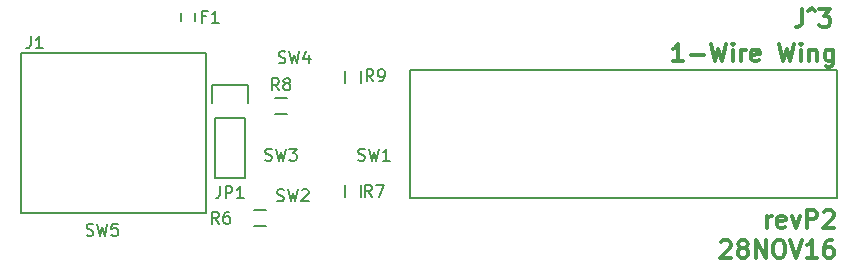
<source format=gto>
G04 #@! TF.FileFunction,Legend,Top*
%FSLAX46Y46*%
G04 Gerber Fmt 4.6, Leading zero omitted, Abs format (unit mm)*
G04 Created by KiCad (PCBNEW 4.0.4-stable) date 11/28/16 12:13:09*
%MOMM*%
%LPD*%
G01*
G04 APERTURE LIST*
%ADD10C,0.150000*%
%ADD11C,0.300000*%
%ADD12C,0.200000*%
G04 APERTURE END LIST*
D10*
D11*
X168378930Y-116942071D02*
X168378930Y-115942071D01*
X168378930Y-116227786D02*
X168450358Y-116084929D01*
X168521787Y-116013500D01*
X168664644Y-115942071D01*
X168807501Y-115942071D01*
X169878929Y-116870643D02*
X169736072Y-116942071D01*
X169450358Y-116942071D01*
X169307501Y-116870643D01*
X169236072Y-116727786D01*
X169236072Y-116156357D01*
X169307501Y-116013500D01*
X169450358Y-115942071D01*
X169736072Y-115942071D01*
X169878929Y-116013500D01*
X169950358Y-116156357D01*
X169950358Y-116299214D01*
X169236072Y-116442071D01*
X170450358Y-115942071D02*
X170807501Y-116942071D01*
X171164643Y-115942071D01*
X171736072Y-116942071D02*
X171736072Y-115442071D01*
X172307500Y-115442071D01*
X172450358Y-115513500D01*
X172521786Y-115584929D01*
X172593215Y-115727786D01*
X172593215Y-115942071D01*
X172521786Y-116084929D01*
X172450358Y-116156357D01*
X172307500Y-116227786D01*
X171736072Y-116227786D01*
X173164643Y-115584929D02*
X173236072Y-115513500D01*
X173378929Y-115442071D01*
X173736072Y-115442071D01*
X173878929Y-115513500D01*
X173950358Y-115584929D01*
X174021786Y-115727786D01*
X174021786Y-115870643D01*
X173950358Y-116084929D01*
X173093215Y-116942071D01*
X174021786Y-116942071D01*
X164450358Y-118134929D02*
X164521787Y-118063500D01*
X164664644Y-117992071D01*
X165021787Y-117992071D01*
X165164644Y-118063500D01*
X165236073Y-118134929D01*
X165307501Y-118277786D01*
X165307501Y-118420643D01*
X165236073Y-118634929D01*
X164378930Y-119492071D01*
X165307501Y-119492071D01*
X166164644Y-118634929D02*
X166021786Y-118563500D01*
X165950358Y-118492071D01*
X165878929Y-118349214D01*
X165878929Y-118277786D01*
X165950358Y-118134929D01*
X166021786Y-118063500D01*
X166164644Y-117992071D01*
X166450358Y-117992071D01*
X166593215Y-118063500D01*
X166664644Y-118134929D01*
X166736072Y-118277786D01*
X166736072Y-118349214D01*
X166664644Y-118492071D01*
X166593215Y-118563500D01*
X166450358Y-118634929D01*
X166164644Y-118634929D01*
X166021786Y-118706357D01*
X165950358Y-118777786D01*
X165878929Y-118920643D01*
X165878929Y-119206357D01*
X165950358Y-119349214D01*
X166021786Y-119420643D01*
X166164644Y-119492071D01*
X166450358Y-119492071D01*
X166593215Y-119420643D01*
X166664644Y-119349214D01*
X166736072Y-119206357D01*
X166736072Y-118920643D01*
X166664644Y-118777786D01*
X166593215Y-118706357D01*
X166450358Y-118634929D01*
X167378929Y-119492071D02*
X167378929Y-117992071D01*
X168236072Y-119492071D01*
X168236072Y-117992071D01*
X169236072Y-117992071D02*
X169521786Y-117992071D01*
X169664644Y-118063500D01*
X169807501Y-118206357D01*
X169878929Y-118492071D01*
X169878929Y-118992071D01*
X169807501Y-119277786D01*
X169664644Y-119420643D01*
X169521786Y-119492071D01*
X169236072Y-119492071D01*
X169093215Y-119420643D01*
X168950358Y-119277786D01*
X168878929Y-118992071D01*
X168878929Y-118492071D01*
X168950358Y-118206357D01*
X169093215Y-118063500D01*
X169236072Y-117992071D01*
X170307501Y-117992071D02*
X170807501Y-119492071D01*
X171307501Y-117992071D01*
X172593215Y-119492071D02*
X171736072Y-119492071D01*
X172164644Y-119492071D02*
X172164644Y-117992071D01*
X172021787Y-118206357D01*
X171878929Y-118349214D01*
X171736072Y-118420643D01*
X173878929Y-117992071D02*
X173593215Y-117992071D01*
X173450358Y-118063500D01*
X173378929Y-118134929D01*
X173236072Y-118349214D01*
X173164643Y-118634929D01*
X173164643Y-119206357D01*
X173236072Y-119349214D01*
X173307500Y-119420643D01*
X173450358Y-119492071D01*
X173736072Y-119492071D01*
X173878929Y-119420643D01*
X173950358Y-119349214D01*
X174021786Y-119206357D01*
X174021786Y-118849214D01*
X173950358Y-118706357D01*
X173878929Y-118634929D01*
X173736072Y-118563500D01*
X173450358Y-118563500D01*
X173307500Y-118634929D01*
X173236072Y-118706357D01*
X173164643Y-118849214D01*
X161231214Y-102850071D02*
X160374071Y-102850071D01*
X160802643Y-102850071D02*
X160802643Y-101350071D01*
X160659786Y-101564357D01*
X160516928Y-101707214D01*
X160374071Y-101778643D01*
X161874071Y-102278643D02*
X163016928Y-102278643D01*
X163588357Y-101350071D02*
X163945500Y-102850071D01*
X164231214Y-101778643D01*
X164516928Y-102850071D01*
X164874071Y-101350071D01*
X165445500Y-102850071D02*
X165445500Y-101850071D01*
X165445500Y-101350071D02*
X165374071Y-101421500D01*
X165445500Y-101492929D01*
X165516928Y-101421500D01*
X165445500Y-101350071D01*
X165445500Y-101492929D01*
X166159786Y-102850071D02*
X166159786Y-101850071D01*
X166159786Y-102135786D02*
X166231214Y-101992929D01*
X166302643Y-101921500D01*
X166445500Y-101850071D01*
X166588357Y-101850071D01*
X167659785Y-102778643D02*
X167516928Y-102850071D01*
X167231214Y-102850071D01*
X167088357Y-102778643D01*
X167016928Y-102635786D01*
X167016928Y-102064357D01*
X167088357Y-101921500D01*
X167231214Y-101850071D01*
X167516928Y-101850071D01*
X167659785Y-101921500D01*
X167731214Y-102064357D01*
X167731214Y-102207214D01*
X167016928Y-102350071D01*
X169374071Y-101350071D02*
X169731214Y-102850071D01*
X170016928Y-101778643D01*
X170302642Y-102850071D01*
X170659785Y-101350071D01*
X171231214Y-102850071D02*
X171231214Y-101850071D01*
X171231214Y-101350071D02*
X171159785Y-101421500D01*
X171231214Y-101492929D01*
X171302642Y-101421500D01*
X171231214Y-101350071D01*
X171231214Y-101492929D01*
X171945500Y-101850071D02*
X171945500Y-102850071D01*
X171945500Y-101992929D02*
X172016928Y-101921500D01*
X172159786Y-101850071D01*
X172374071Y-101850071D01*
X172516928Y-101921500D01*
X172588357Y-102064357D01*
X172588357Y-102850071D01*
X173945500Y-101850071D02*
X173945500Y-103064357D01*
X173874071Y-103207214D01*
X173802643Y-103278643D01*
X173659786Y-103350071D01*
X173445500Y-103350071D01*
X173302643Y-103278643D01*
X173945500Y-102778643D02*
X173802643Y-102850071D01*
X173516929Y-102850071D01*
X173374071Y-102778643D01*
X173302643Y-102707214D01*
X173231214Y-102564357D01*
X173231214Y-102135786D01*
X173302643Y-101992929D01*
X173374071Y-101921500D01*
X173516929Y-101850071D01*
X173802643Y-101850071D01*
X173945500Y-101921500D01*
X171346929Y-98429071D02*
X171346929Y-99500500D01*
X171275501Y-99714786D01*
X171132644Y-99857643D01*
X170918358Y-99929071D01*
X170775501Y-99929071D01*
X171846929Y-98571929D02*
X172132643Y-98357643D01*
X172418358Y-98571929D01*
X172775501Y-98429071D02*
X173704072Y-98429071D01*
X173204072Y-99000500D01*
X173418358Y-99000500D01*
X173561215Y-99071929D01*
X173632644Y-99143357D01*
X173704072Y-99286214D01*
X173704072Y-99643357D01*
X173632644Y-99786214D01*
X173561215Y-99857643D01*
X173418358Y-99929071D01*
X172989786Y-99929071D01*
X172846929Y-99857643D01*
X172775501Y-99786214D01*
D12*
X174307500Y-114414300D02*
X138112500Y-114414300D01*
X174307500Y-103619300D02*
X174307500Y-114414300D01*
X138112500Y-103619300D02*
X174307500Y-103619300D01*
X138112500Y-114414300D02*
X138112500Y-103619300D01*
D10*
X119916500Y-98773500D02*
X119916500Y-99473500D01*
X118716500Y-99473500D02*
X118716500Y-98773500D01*
X121602500Y-107632500D02*
X121602500Y-112712500D01*
X121602500Y-112712500D02*
X124142500Y-112712500D01*
X124142500Y-112712500D02*
X124142500Y-107632500D01*
X124422500Y-104812500D02*
X124422500Y-106362500D01*
X124142500Y-107632500D02*
X121602500Y-107632500D01*
X121322500Y-106362500D02*
X121322500Y-104812500D01*
X121322500Y-104812500D02*
X124422500Y-104812500D01*
X125912500Y-116816500D02*
X124912500Y-116816500D01*
X124912500Y-115466500D02*
X125912500Y-115466500D01*
X133961500Y-113355500D02*
X133961500Y-114355500D01*
X132611500Y-114355500D02*
X132611500Y-113355500D01*
X127690500Y-107291500D02*
X126690500Y-107291500D01*
X126690500Y-105941500D02*
X127690500Y-105941500D01*
X132611500Y-104703500D02*
X132611500Y-103703500D01*
X133961500Y-103703500D02*
X133961500Y-104703500D01*
X120846500Y-115702500D02*
X105216500Y-115702500D01*
X120846500Y-102102500D02*
X105216500Y-102102500D01*
X120846500Y-102102500D02*
X120846500Y-115702500D01*
X105216500Y-102102500D02*
X105216500Y-115702500D01*
X120883167Y-99052071D02*
X120549833Y-99052071D01*
X120549833Y-99575881D02*
X120549833Y-98575881D01*
X121026024Y-98575881D01*
X121930786Y-99575881D02*
X121359357Y-99575881D01*
X121645071Y-99575881D02*
X121645071Y-98575881D01*
X121549833Y-98718738D01*
X121454595Y-98813976D01*
X121359357Y-98861595D01*
X122039167Y-113434881D02*
X122039167Y-114149167D01*
X121991547Y-114292024D01*
X121896309Y-114387262D01*
X121753452Y-114434881D01*
X121658214Y-114434881D01*
X122515357Y-114434881D02*
X122515357Y-113434881D01*
X122896310Y-113434881D01*
X122991548Y-113482500D01*
X123039167Y-113530119D01*
X123086786Y-113625357D01*
X123086786Y-113768214D01*
X123039167Y-113863452D01*
X122991548Y-113911071D01*
X122896310Y-113958690D01*
X122515357Y-113958690D01*
X124039167Y-114434881D02*
X123467738Y-114434881D01*
X123753452Y-114434881D02*
X123753452Y-113434881D01*
X123658214Y-113577738D01*
X123562976Y-113672976D01*
X123467738Y-113720595D01*
X121943834Y-116593881D02*
X121610500Y-116117690D01*
X121372405Y-116593881D02*
X121372405Y-115593881D01*
X121753358Y-115593881D01*
X121848596Y-115641500D01*
X121896215Y-115689119D01*
X121943834Y-115784357D01*
X121943834Y-115927214D01*
X121896215Y-116022452D01*
X121848596Y-116070071D01*
X121753358Y-116117690D01*
X121372405Y-116117690D01*
X122800977Y-115593881D02*
X122610500Y-115593881D01*
X122515262Y-115641500D01*
X122467643Y-115689119D01*
X122372405Y-115831976D01*
X122324786Y-116022452D01*
X122324786Y-116403405D01*
X122372405Y-116498643D01*
X122420024Y-116546262D01*
X122515262Y-116593881D01*
X122705739Y-116593881D01*
X122800977Y-116546262D01*
X122848596Y-116498643D01*
X122896215Y-116403405D01*
X122896215Y-116165310D01*
X122848596Y-116070071D01*
X122800977Y-116022452D01*
X122705739Y-115974833D01*
X122515262Y-115974833D01*
X122420024Y-116022452D01*
X122372405Y-116070071D01*
X122324786Y-116165310D01*
X134897834Y-114307881D02*
X134564500Y-113831690D01*
X134326405Y-114307881D02*
X134326405Y-113307881D01*
X134707358Y-113307881D01*
X134802596Y-113355500D01*
X134850215Y-113403119D01*
X134897834Y-113498357D01*
X134897834Y-113641214D01*
X134850215Y-113736452D01*
X134802596Y-113784071D01*
X134707358Y-113831690D01*
X134326405Y-113831690D01*
X135231167Y-113307881D02*
X135897834Y-113307881D01*
X135469262Y-114307881D01*
X127023834Y-105290881D02*
X126690500Y-104814690D01*
X126452405Y-105290881D02*
X126452405Y-104290881D01*
X126833358Y-104290881D01*
X126928596Y-104338500D01*
X126976215Y-104386119D01*
X127023834Y-104481357D01*
X127023834Y-104624214D01*
X126976215Y-104719452D01*
X126928596Y-104767071D01*
X126833358Y-104814690D01*
X126452405Y-104814690D01*
X127595262Y-104719452D02*
X127500024Y-104671833D01*
X127452405Y-104624214D01*
X127404786Y-104528976D01*
X127404786Y-104481357D01*
X127452405Y-104386119D01*
X127500024Y-104338500D01*
X127595262Y-104290881D01*
X127785739Y-104290881D01*
X127880977Y-104338500D01*
X127928596Y-104386119D01*
X127976215Y-104481357D01*
X127976215Y-104528976D01*
X127928596Y-104624214D01*
X127880977Y-104671833D01*
X127785739Y-104719452D01*
X127595262Y-104719452D01*
X127500024Y-104767071D01*
X127452405Y-104814690D01*
X127404786Y-104909929D01*
X127404786Y-105100405D01*
X127452405Y-105195643D01*
X127500024Y-105243262D01*
X127595262Y-105290881D01*
X127785739Y-105290881D01*
X127880977Y-105243262D01*
X127928596Y-105195643D01*
X127976215Y-105100405D01*
X127976215Y-104909929D01*
X127928596Y-104814690D01*
X127880977Y-104767071D01*
X127785739Y-104719452D01*
X135024834Y-104528881D02*
X134691500Y-104052690D01*
X134453405Y-104528881D02*
X134453405Y-103528881D01*
X134834358Y-103528881D01*
X134929596Y-103576500D01*
X134977215Y-103624119D01*
X135024834Y-103719357D01*
X135024834Y-103862214D01*
X134977215Y-103957452D01*
X134929596Y-104005071D01*
X134834358Y-104052690D01*
X134453405Y-104052690D01*
X135501024Y-104528881D02*
X135691500Y-104528881D01*
X135786739Y-104481262D01*
X135834358Y-104433643D01*
X135929596Y-104290786D01*
X135977215Y-104100310D01*
X135977215Y-103719357D01*
X135929596Y-103624119D01*
X135881977Y-103576500D01*
X135786739Y-103528881D01*
X135596262Y-103528881D01*
X135501024Y-103576500D01*
X135453405Y-103624119D01*
X135405786Y-103719357D01*
X135405786Y-103957452D01*
X135453405Y-104052690D01*
X135501024Y-104100310D01*
X135596262Y-104147929D01*
X135786739Y-104147929D01*
X135881977Y-104100310D01*
X135929596Y-104052690D01*
X135977215Y-103957452D01*
X133731167Y-111212262D02*
X133874024Y-111259881D01*
X134112120Y-111259881D01*
X134207358Y-111212262D01*
X134254977Y-111164643D01*
X134302596Y-111069405D01*
X134302596Y-110974167D01*
X134254977Y-110878929D01*
X134207358Y-110831310D01*
X134112120Y-110783690D01*
X133921643Y-110736071D01*
X133826405Y-110688452D01*
X133778786Y-110640833D01*
X133731167Y-110545595D01*
X133731167Y-110450357D01*
X133778786Y-110355119D01*
X133826405Y-110307500D01*
X133921643Y-110259881D01*
X134159739Y-110259881D01*
X134302596Y-110307500D01*
X134635929Y-110259881D02*
X134874024Y-111259881D01*
X135064501Y-110545595D01*
X135254977Y-111259881D01*
X135493072Y-110259881D01*
X136397834Y-111259881D02*
X135826405Y-111259881D01*
X136112119Y-111259881D02*
X136112119Y-110259881D01*
X136016881Y-110402738D01*
X135921643Y-110497976D01*
X135826405Y-110545595D01*
X126873167Y-114641262D02*
X127016024Y-114688881D01*
X127254120Y-114688881D01*
X127349358Y-114641262D01*
X127396977Y-114593643D01*
X127444596Y-114498405D01*
X127444596Y-114403167D01*
X127396977Y-114307929D01*
X127349358Y-114260310D01*
X127254120Y-114212690D01*
X127063643Y-114165071D01*
X126968405Y-114117452D01*
X126920786Y-114069833D01*
X126873167Y-113974595D01*
X126873167Y-113879357D01*
X126920786Y-113784119D01*
X126968405Y-113736500D01*
X127063643Y-113688881D01*
X127301739Y-113688881D01*
X127444596Y-113736500D01*
X127777929Y-113688881D02*
X128016024Y-114688881D01*
X128206501Y-113974595D01*
X128396977Y-114688881D01*
X128635072Y-113688881D01*
X128968405Y-113784119D02*
X129016024Y-113736500D01*
X129111262Y-113688881D01*
X129349358Y-113688881D01*
X129444596Y-113736500D01*
X129492215Y-113784119D01*
X129539834Y-113879357D01*
X129539834Y-113974595D01*
X129492215Y-114117452D01*
X128920786Y-114688881D01*
X129539834Y-114688881D01*
X125857167Y-111212262D02*
X126000024Y-111259881D01*
X126238120Y-111259881D01*
X126333358Y-111212262D01*
X126380977Y-111164643D01*
X126428596Y-111069405D01*
X126428596Y-110974167D01*
X126380977Y-110878929D01*
X126333358Y-110831310D01*
X126238120Y-110783690D01*
X126047643Y-110736071D01*
X125952405Y-110688452D01*
X125904786Y-110640833D01*
X125857167Y-110545595D01*
X125857167Y-110450357D01*
X125904786Y-110355119D01*
X125952405Y-110307500D01*
X126047643Y-110259881D01*
X126285739Y-110259881D01*
X126428596Y-110307500D01*
X126761929Y-110259881D02*
X127000024Y-111259881D01*
X127190501Y-110545595D01*
X127380977Y-111259881D01*
X127619072Y-110259881D01*
X127904786Y-110259881D02*
X128523834Y-110259881D01*
X128190500Y-110640833D01*
X128333358Y-110640833D01*
X128428596Y-110688452D01*
X128476215Y-110736071D01*
X128523834Y-110831310D01*
X128523834Y-111069405D01*
X128476215Y-111164643D01*
X128428596Y-111212262D01*
X128333358Y-111259881D01*
X128047643Y-111259881D01*
X127952405Y-111212262D01*
X127904786Y-111164643D01*
X127000167Y-102957262D02*
X127143024Y-103004881D01*
X127381120Y-103004881D01*
X127476358Y-102957262D01*
X127523977Y-102909643D01*
X127571596Y-102814405D01*
X127571596Y-102719167D01*
X127523977Y-102623929D01*
X127476358Y-102576310D01*
X127381120Y-102528690D01*
X127190643Y-102481071D01*
X127095405Y-102433452D01*
X127047786Y-102385833D01*
X127000167Y-102290595D01*
X127000167Y-102195357D01*
X127047786Y-102100119D01*
X127095405Y-102052500D01*
X127190643Y-102004881D01*
X127428739Y-102004881D01*
X127571596Y-102052500D01*
X127904929Y-102004881D02*
X128143024Y-103004881D01*
X128333501Y-102290595D01*
X128523977Y-103004881D01*
X128762072Y-102004881D01*
X129571596Y-102338214D02*
X129571596Y-103004881D01*
X129333500Y-101957262D02*
X129095405Y-102671548D01*
X129714453Y-102671548D01*
X110744167Y-117562262D02*
X110887024Y-117609881D01*
X111125120Y-117609881D01*
X111220358Y-117562262D01*
X111267977Y-117514643D01*
X111315596Y-117419405D01*
X111315596Y-117324167D01*
X111267977Y-117228929D01*
X111220358Y-117181310D01*
X111125120Y-117133690D01*
X110934643Y-117086071D01*
X110839405Y-117038452D01*
X110791786Y-116990833D01*
X110744167Y-116895595D01*
X110744167Y-116800357D01*
X110791786Y-116705119D01*
X110839405Y-116657500D01*
X110934643Y-116609881D01*
X111172739Y-116609881D01*
X111315596Y-116657500D01*
X111648929Y-116609881D02*
X111887024Y-117609881D01*
X112077501Y-116895595D01*
X112267977Y-117609881D01*
X112506072Y-116609881D01*
X113363215Y-116609881D02*
X112887024Y-116609881D01*
X112839405Y-117086071D01*
X112887024Y-117038452D01*
X112982262Y-116990833D01*
X113220358Y-116990833D01*
X113315596Y-117038452D01*
X113363215Y-117086071D01*
X113410834Y-117181310D01*
X113410834Y-117419405D01*
X113363215Y-117514643D01*
X113315596Y-117562262D01*
X113220358Y-117609881D01*
X112982262Y-117609881D01*
X112887024Y-117562262D01*
X112839405Y-117514643D01*
X106029167Y-100734881D02*
X106029167Y-101449167D01*
X105981547Y-101592024D01*
X105886309Y-101687262D01*
X105743452Y-101734881D01*
X105648214Y-101734881D01*
X107029167Y-101734881D02*
X106457738Y-101734881D01*
X106743452Y-101734881D02*
X106743452Y-100734881D01*
X106648214Y-100877738D01*
X106552976Y-100972976D01*
X106457738Y-101020595D01*
M02*

</source>
